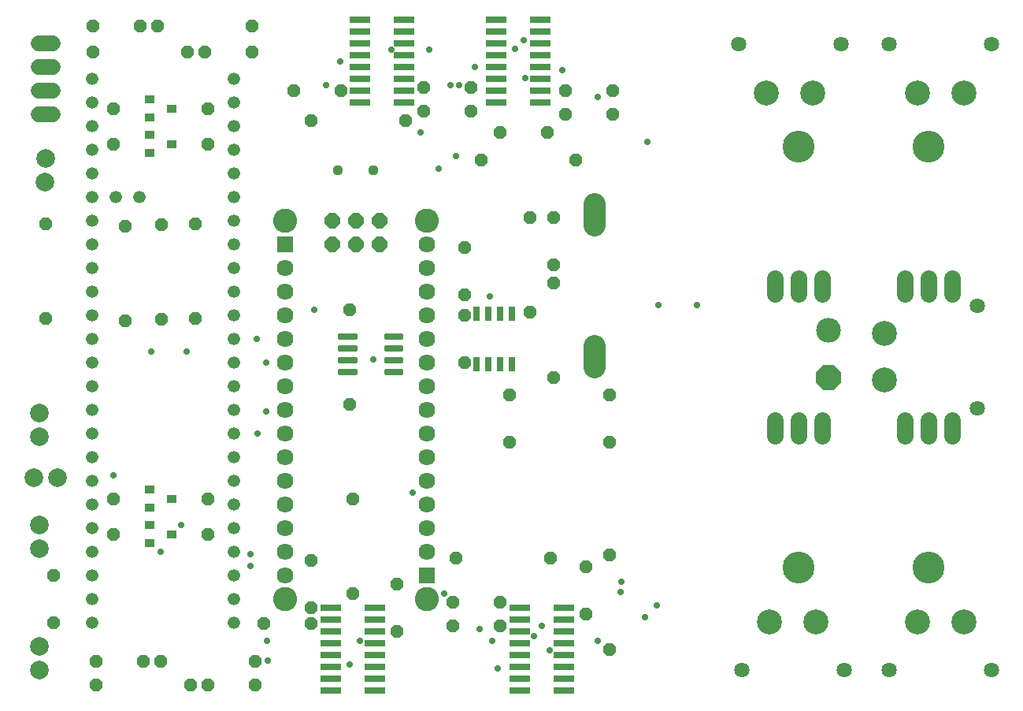
<source format=gbr>
G04 EAGLE Gerber RS-274X export*
G75*
%MOMM*%
%FSLAX34Y34*%
%LPD*%
%INSoldermask Bottom*%
%IPPOS*%
%AMOC8*
5,1,8,0,0,1.08239X$1,22.5*%
G01*
%ADD10P,1.457113X8X292.500000*%
%ADD11C,2.667000*%
%ADD12P,2.886734X8X292.500000*%
%ADD13P,1.457113X8X22.500000*%
%ADD14P,1.457113X8X202.500000*%
%ADD15P,1.457113X8X112.500000*%
%ADD16C,2.374900*%
%ADD17C,2.006600*%
%ADD18R,0.685800X1.587500*%
%ADD19R,1.792000X1.792000*%
%ADD20C,1.792000*%
%ADD21C,2.602000*%
%ADD22C,1.127000*%
%ADD23P,1.787026X8X202.500000*%
%ADD24C,2.677000*%
%ADD25C,1.627000*%
%ADD26C,1.651000*%
%ADD27R,2.311400X0.685800*%
%ADD28C,0.276259*%
%ADD29C,1.803400*%
%ADD30C,3.429000*%
%ADD31R,1.127000X0.927000*%
%ADD32C,1.327000*%
%ADD33C,0.731000*%


D10*
X149225Y561975D03*
X149225Y511175D03*
D11*
X539750Y473075D03*
D12*
X539750Y422275D03*
D13*
X-130175Y771525D03*
X-79375Y771525D03*
D14*
X-76200Y92075D03*
X-127000Y92075D03*
D15*
X149225Y438150D03*
X149225Y488950D03*
X304800Y352425D03*
X304800Y403225D03*
D10*
X196850Y403225D03*
X196850Y352425D03*
X244475Y593725D03*
X244475Y542925D03*
D16*
X288925Y455740D02*
X288925Y433261D01*
X288925Y585661D02*
X288925Y608140D01*
D17*
X-307975Y107950D03*
X-307975Y133350D03*
D18*
X200025Y436309D03*
X187325Y436309D03*
X174625Y436309D03*
X161925Y436309D03*
X161925Y490792D03*
X174625Y490792D03*
X187325Y490792D03*
X200025Y490792D03*
D10*
X244475Y523875D03*
X244475Y422275D03*
D15*
X219075Y492125D03*
X219075Y593725D03*
D13*
X-177800Y117475D03*
X-76200Y117475D03*
X-180975Y800100D03*
X-79375Y800100D03*
D19*
X107950Y209550D03*
D20*
X107950Y234950D03*
X107950Y260350D03*
X107950Y285750D03*
X107950Y311150D03*
X107950Y336550D03*
X107950Y361950D03*
X107950Y387350D03*
X107950Y412750D03*
X107950Y438150D03*
X107950Y463550D03*
X107950Y488950D03*
X107950Y514350D03*
X107950Y539750D03*
X107950Y565150D03*
D19*
X-44450Y565150D03*
D20*
X-44450Y539750D03*
X-44450Y514350D03*
X-44450Y488950D03*
X-44450Y463550D03*
X-44450Y438150D03*
X-44450Y412750D03*
X-44450Y387350D03*
X-44450Y361950D03*
X-44450Y336550D03*
X-44450Y311150D03*
X-44450Y285750D03*
X-44450Y260350D03*
X-44450Y234950D03*
X-44450Y209550D03*
D21*
X107950Y184150D03*
X-44450Y184150D03*
X-44450Y590550D03*
X107950Y590550D03*
D22*
X50800Y644525D03*
X12700Y644525D03*
D23*
X57150Y590550D03*
X57150Y565150D03*
X31750Y590550D03*
X31750Y565150D03*
X6350Y590550D03*
X6350Y565150D03*
D24*
X600075Y419500D03*
X600075Y469500D03*
D25*
X700075Y389500D03*
X700075Y499500D03*
D10*
X-301625Y587375D03*
X-301625Y485775D03*
D17*
X-301625Y657225D03*
X-302157Y631831D03*
D15*
X-140335Y485775D03*
X-140335Y587375D03*
X-177165Y484505D03*
X-177165Y586105D03*
X-215900Y483235D03*
X-215900Y584835D03*
D26*
X-294005Y781050D02*
X-309245Y781050D01*
X-309245Y755650D02*
X-294005Y755650D01*
X-294005Y730250D02*
X-309245Y730250D01*
X-309245Y704850D02*
X-294005Y704850D01*
D14*
X-146050Y92075D03*
X-247650Y92075D03*
X-149225Y771525D03*
X-250825Y771525D03*
X-200025Y800100D03*
X-250825Y800100D03*
D13*
X-247650Y117475D03*
X-196850Y117475D03*
D17*
X-307975Y358775D03*
X-307975Y384175D03*
X-288925Y314325D03*
X-314325Y314325D03*
D24*
X635400Y728280D03*
X685400Y728280D03*
D25*
X715400Y780280D03*
X605400Y780280D03*
D24*
X685400Y160085D03*
X635400Y160085D03*
D25*
X605400Y108085D03*
X715400Y108085D03*
D10*
X304800Y231775D03*
X304800Y130175D03*
D15*
X279400Y168275D03*
X279400Y219075D03*
D14*
X187325Y180975D03*
X136525Y180975D03*
X187325Y155575D03*
X136525Y155575D03*
X267970Y655955D03*
X166370Y655955D03*
D13*
X187325Y685800D03*
X238125Y685800D03*
X257175Y704850D03*
X307975Y704850D03*
X257175Y730250D03*
X307975Y730250D03*
D27*
X229997Y806450D03*
X229997Y793750D03*
X229997Y781050D03*
X229997Y768350D03*
X229997Y755650D03*
X229997Y742950D03*
X229997Y730250D03*
X229997Y717550D03*
X182753Y717550D03*
X182753Y730250D03*
X182753Y742950D03*
X182753Y755650D03*
X182753Y768350D03*
X182753Y781050D03*
X182753Y793750D03*
X182753Y806450D03*
X208153Y85725D03*
X208153Y98425D03*
X208153Y111125D03*
X208153Y123825D03*
X208153Y136525D03*
X208153Y149225D03*
X208153Y161925D03*
X208153Y174625D03*
X255397Y174625D03*
X255397Y161925D03*
X255397Y149225D03*
X255397Y136525D03*
X255397Y123825D03*
X255397Y111125D03*
X255397Y98425D03*
X255397Y85725D03*
D15*
X28575Y190500D03*
X28575Y292100D03*
X76200Y149225D03*
X76200Y200025D03*
X-15875Y174625D03*
X-15875Y225425D03*
D14*
X-15875Y158115D03*
X-66675Y158115D03*
X85725Y698500D03*
X-15875Y698500D03*
X15875Y730250D03*
X-34925Y730250D03*
D13*
X104775Y708025D03*
X155575Y708025D03*
X104775Y733425D03*
X155575Y733425D03*
D27*
X83947Y806450D03*
X83947Y793750D03*
X83947Y781050D03*
X83947Y768350D03*
X83947Y755650D03*
X83947Y742950D03*
X83947Y730250D03*
X83947Y717550D03*
X36703Y717550D03*
X36703Y730250D03*
X36703Y742950D03*
X36703Y755650D03*
X36703Y768350D03*
X36703Y781050D03*
X36703Y793750D03*
X36703Y806450D03*
X4953Y85725D03*
X4953Y98425D03*
X4953Y111125D03*
X4953Y123825D03*
X4953Y136525D03*
X4953Y149225D03*
X4953Y161925D03*
X4953Y174625D03*
X52197Y174625D03*
X52197Y161925D03*
X52197Y149225D03*
X52197Y136525D03*
X52197Y123825D03*
X52197Y111125D03*
X52197Y98425D03*
X52197Y85725D03*
D28*
X32029Y426371D02*
X13821Y426371D01*
X13821Y430879D01*
X32029Y430879D01*
X32029Y426371D01*
X32029Y428996D02*
X13821Y428996D01*
X13821Y439071D02*
X32029Y439071D01*
X13821Y439071D02*
X13821Y443579D01*
X32029Y443579D01*
X32029Y439071D01*
X32029Y441696D02*
X13821Y441696D01*
X13821Y451771D02*
X32029Y451771D01*
X13821Y451771D02*
X13821Y456279D01*
X32029Y456279D01*
X32029Y451771D01*
X32029Y454396D02*
X13821Y454396D01*
X13821Y464471D02*
X32029Y464471D01*
X13821Y464471D02*
X13821Y468979D01*
X32029Y468979D01*
X32029Y464471D01*
X32029Y467096D02*
X13821Y467096D01*
X63221Y464471D02*
X81429Y464471D01*
X63221Y464471D02*
X63221Y468979D01*
X81429Y468979D01*
X81429Y464471D01*
X81429Y467096D02*
X63221Y467096D01*
X63221Y451771D02*
X81429Y451771D01*
X63221Y451771D02*
X63221Y456279D01*
X81429Y456279D01*
X81429Y451771D01*
X81429Y454396D02*
X63221Y454396D01*
X63221Y439071D02*
X81429Y439071D01*
X63221Y439071D02*
X63221Y443579D01*
X81429Y443579D01*
X81429Y439071D01*
X81429Y441696D02*
X63221Y441696D01*
X63221Y426371D02*
X81429Y426371D01*
X63221Y426371D02*
X63221Y430879D01*
X81429Y430879D01*
X81429Y426371D01*
X81429Y428996D02*
X63221Y428996D01*
D24*
X526650Y160085D03*
X476650Y160085D03*
D25*
X446650Y108085D03*
X556650Y108085D03*
D24*
X473475Y728280D03*
X523475Y728280D03*
D25*
X553475Y780280D03*
X443475Y780280D03*
D17*
X-307975Y238125D03*
X-307975Y263525D03*
D10*
X25400Y495300D03*
X25400Y393700D03*
D14*
X241300Y228600D03*
X139700Y228600D03*
D10*
X-293370Y209550D03*
X-293370Y158750D03*
D29*
X622300Y512318D02*
X622300Y529082D01*
X647700Y529082D02*
X647700Y512318D01*
X673100Y512318D02*
X673100Y529082D01*
D30*
X647700Y670560D03*
D29*
X482600Y529082D02*
X482600Y512318D01*
X508000Y512318D02*
X508000Y529082D01*
X533400Y529082D02*
X533400Y512318D01*
D30*
X508000Y670560D03*
D29*
X673100Y376682D02*
X673100Y359918D01*
X647700Y359918D02*
X647700Y376682D01*
X622300Y376682D02*
X622300Y359918D01*
D30*
X647700Y218440D03*
D29*
X533400Y359918D02*
X533400Y376682D01*
X508000Y376682D02*
X508000Y359918D01*
X482600Y359918D02*
X482600Y376682D01*
D30*
X508000Y218440D03*
D31*
X-189800Y663600D03*
X-189800Y682600D03*
X-165800Y673100D03*
X-189800Y701700D03*
X-189800Y720700D03*
X-165800Y711200D03*
X-189800Y282600D03*
X-189800Y301600D03*
X-165800Y292100D03*
X-189800Y244500D03*
X-189800Y263500D03*
X-165800Y254000D03*
D13*
X-228600Y673100D03*
X-127000Y673100D03*
X-228600Y711200D03*
X-127000Y711200D03*
X-228600Y292100D03*
X-127000Y292100D03*
X-228600Y254000D03*
X-127000Y254000D03*
D32*
X-99060Y158750D03*
X-99060Y184150D03*
X-226060Y615950D03*
X-200660Y615950D03*
X-251460Y514350D03*
X-99060Y209550D03*
X-99060Y234950D03*
X-99060Y260350D03*
X-99060Y285750D03*
X-99060Y311150D03*
X-99060Y336550D03*
X-99060Y361950D03*
X-99060Y387350D03*
X-99060Y412750D03*
X-99060Y438150D03*
X-99060Y463550D03*
X-99060Y488950D03*
X-99060Y514350D03*
X-251460Y488950D03*
X-251460Y463550D03*
X-251460Y438150D03*
X-251460Y412750D03*
X-251460Y387350D03*
X-251460Y361950D03*
X-251460Y336550D03*
X-251460Y311150D03*
X-251460Y285750D03*
X-251460Y260350D03*
X-251460Y234950D03*
X-251460Y209550D03*
X-251460Y184150D03*
X-251460Y158750D03*
X-99060Y539750D03*
X-99060Y565150D03*
X-99060Y590550D03*
X-99060Y615950D03*
X-99060Y641350D03*
X-99060Y666750D03*
X-99060Y692150D03*
X-99060Y717550D03*
X-99060Y742950D03*
X-251460Y742950D03*
X-251460Y717550D03*
X-251460Y692150D03*
X-251460Y666750D03*
X-251460Y641350D03*
X-251460Y615950D03*
X-251460Y590550D03*
X-251460Y565150D03*
X-251460Y539750D03*
D33*
X203200Y774926D03*
X69850Y774700D03*
X25400Y114300D03*
X184920Y110130D03*
X15240Y762000D03*
X50800Y441325D03*
X291747Y724028D03*
X176431Y509496D03*
X160020Y755650D03*
X223619Y144857D03*
X398780Y500380D03*
X-12700Y495300D03*
X231638Y155438D03*
X212725Y784225D03*
X111125Y774700D03*
X178252Y139700D03*
X-62606Y118486D03*
X0Y736600D03*
X36731Y139700D03*
X-64770Y438150D03*
X-64770Y386080D03*
X101600Y685800D03*
X-73660Y361950D03*
X-74930Y463550D03*
X356870Y500380D03*
X342900Y165100D03*
X316401Y191599D03*
X355600Y177800D03*
X317500Y203200D03*
X-187960Y449989D03*
X-149860Y449989D03*
X-228600Y317500D03*
X-63500Y139700D03*
X142875Y736600D03*
X214133Y744215D03*
X127000Y190500D03*
X133350Y736600D03*
X254000Y752475D03*
X345030Y675230D03*
X240561Y129131D03*
X292100Y139700D03*
X165100Y152400D03*
X-156210Y264160D03*
X-177800Y234950D03*
X92710Y298450D03*
X-81280Y219710D03*
X120650Y646430D03*
X139700Y660400D03*
X-81280Y232410D03*
M02*

</source>
